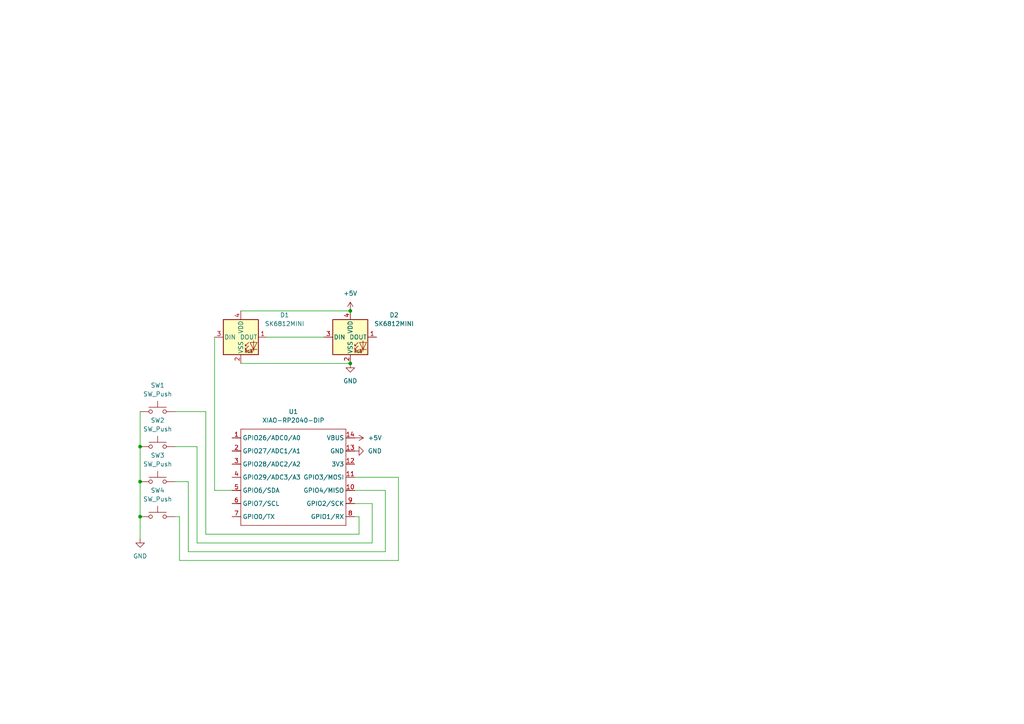
<source format=kicad_sch>
(kicad_sch (version 20250114) (generator "eeschema") (generator_version "9.0")
  (paper "A4")
  (lib_symbols
    (symbol "LED:SK6812MINI" (pin_names (offset 0.254))
      (property "Reference" "D" (at 5.08 5.715 0))
      (property "Value" "SK6812MINI" (at 1.27 -5.715 0))
      (symbol "SK6812MINI_0_0"
        (text "RGB" (at 2.286 -4.191 0) (effects (font (size 0.762 0.762))))
      )
      (symbol "SK6812MINI_0_1"
        (polyline (pts (xy 1.27 -2.54) (xy 1.778 -2.54)))
        (polyline (pts (xy 1.27 -3.556) (xy 1.778 -3.556)))
        (polyline (pts (xy 2.286 -1.524) (xy 1.27 -2.54) (xy 1.27 -2.032)))
        (polyline (pts (xy 2.286 -2.54) (xy 1.27 -3.556) (xy 1.27 -3.048)))
        (polyline (pts (xy 3.683 -1.016) (xy 3.683 -3.556) (xy 3.683 -4.064)))
        (polyline (pts (xy 4.699 -1.524) (xy 2.667 -1.524) (xy 3.683 -3.556) (xy 4.699 -1.524)))
        (polyline (pts (xy 4.699 -3.556) (xy 2.667 -3.556)))
        (rectangle (start 5.08 5.08) (end -5.08 -5.08) (stroke (width 0.254)) (fill (type background)))
      )
      (symbol "SK6812MINI_1_1"
        (pin input line (at -7.62 0 0) (length 2.54) (name "DIN") (number "3"))
        (pin power_in line (at 0 7.62 270) (length 2.54) (name "VDD") (number "4"))
        (pin power_in line (at 0 -7.62 90) (length 2.54) (name "VSS") (number "2"))
        (pin output line (at 7.62 0 180) (length 2.54) (name "DOUT") (number "1"))
      )
    )
    (symbol "OPL:XIAO-RP2040-DIP"
      (property "Reference" "U" (at 0 0 0))
      (property "Value" "XIAO-RP2040-DIP" (at 5.334 -1.778 0))
      (symbol "XIAO-RP2040-DIP_1_0"
        (polyline (pts (xy -1.27 -2.54) (xy 29.21 -2.54)) (stroke (width 0.1524)))
        (polyline (pts (xy -1.27 -5.08) (xy -2.54 -5.08)) (stroke (width 0.1524)))
        (polyline (pts (xy -1.27 -5.08) (xy -1.27 -2.54)) (stroke (width 0.1524)))
        (polyline (pts (xy -1.27 -8.89) (xy -2.54 -8.89)) (stroke (width 0.1524)))
        (polyline (pts (xy -1.27 -8.89) (xy -1.27 -5.08)) (stroke (width 0.1524)))
        (polyline (pts (xy -1.27 -12.7) (xy -2.54 -12.7)) (stroke (width 0.1524)))
        (polyline (pts (xy -1.27 -12.7) (xy -1.27 -8.89)) (stroke (width 0.1524)))
        (polyline (pts (xy -1.27 -16.51) (xy -2.54 -16.51)) (stroke (width 0.1524)))
        (polyline (pts (xy -1.27 -16.51) (xy -1.27 -12.7)) (stroke (width 0.1524)))
        (polyline (pts (xy -1.27 -20.32) (xy -2.54 -20.32)) (stroke (width 0.1524)))
        (polyline (pts (xy -1.27 -24.13) (xy -2.54 -24.13)) (stroke (width 0.1524)))
        (polyline (pts (xy -1.27 -27.94) (xy -2.54 -27.94)) (stroke (width 0.1524)))
        (polyline (pts (xy -1.27 -30.48) (xy -1.27 -16.51)) (stroke (width 0.1524)))
        (polyline (pts (xy 29.21 -2.54) (xy 29.21 -5.08)) (stroke (width 0.1524)))
        (polyline (pts (xy 29.21 -5.08) (xy 29.21 -8.89)) (stroke (width 0.1524)))
        (polyline (pts (xy 29.21 -8.89) (xy 29.21 -12.7)) (stroke (width 0.1524)))
        (polyline (pts (xy 29.21 -12.7) (xy 29.21 -30.48)) (stroke (width 0.1524)))
        (polyline (pts (xy 29.21 -30.48) (xy -1.27 -30.48)) (stroke (width 0.1524)))
        (polyline (pts (xy 30.48 -5.08) (xy 29.21 -5.08)) (stroke (width 0.1524)))
        (polyline (pts (xy 30.48 -8.89) (xy 29.21 -8.89)) (stroke (width 0.1524)))
        (polyline (pts (xy 30.48 -12.7) (xy 29.21 -12.7)) (stroke (width 0.1524)))
        (polyline (pts (xy 30.48 -16.51) (xy 29.21 -16.51)) (stroke (width 0.1524)))
        (polyline (pts (xy 30.48 -20.32) (xy 29.21 -20.32)) (stroke (width 0.1524)))
        (polyline (pts (xy 30.48 -24.13) (xy 29.21 -24.13)) (stroke (width 0.1524)))
        (polyline (pts (xy 30.48 -27.94) (xy 29.21 -27.94)) (stroke (width 0.1524)))
        (pin passive line (at -3.81 -5.08 0) (length 2.54) (name "GPIO26/ADC0/A0") (number "1"))
        (pin passive line (at -3.81 -8.89 0) (length 2.54) (name "GPIO27/ADC1/A1") (number "2"))
        (pin passive line (at -3.81 -12.7 0) (length 2.54) (name "GPIO28/ADC2/A2") (number "3"))
        (pin passive line (at -3.81 -16.51 0) (length 2.54) (name "GPIO29/ADC3/A3") (number "4"))
        (pin passive line (at -3.81 -20.32 0) (length 2.54) (name "GPIO6/SDA") (number "5"))
        (pin passive line (at -3.81 -24.13 0) (length 2.54) (name "GPIO7/SCL") (number "6"))
        (pin passive line (at -3.81 -27.94 0) (length 2.54) (name "GPIO0/TX") (number "7"))
        (pin passive line (at 31.75 -5.08 180) (length 2.54) (name "VBUS") (number "14"))
        (pin passive line (at 31.75 -8.89 180) (length 2.54) (name "GND") (number "13"))
        (pin passive line (at 31.75 -12.7 180) (length 2.54) (name "3V3") (number "12"))
        (pin passive line (at 31.75 -16.51 180) (length 2.54) (name "GPIO3/MOSI") (number "11"))
        (pin passive line (at 31.75 -20.32 180) (length 2.54) (name "GPIO4/MISO") (number "10"))
        (pin passive line (at 31.75 -24.13 180) (length 2.54) (name "GPIO2/SCK") (number "9"))
        (pin passive line (at 31.75 -27.94 180) (length 2.54) (name "GPIO1/RX") (number "8"))
      )
    )
    (symbol "Switch:SW_Push" (pin_numbers (hide yes)) (pin_names (offset 1.016) (hide yes))
      (property "Reference" "SW" (at 1.27 2.54 0))
      (property "Value" "SW_Push" (at 0 -1.524 0))
      (symbol "SW_Push_0_1"
        (circle (center -2.032 0) (radius 0.508))
        (polyline (pts (xy 0 1.27) (xy 0 3.048)))
        (circle (center 2.032 0) (radius 0.508))
        (polyline (pts (xy 2.54 1.27) (xy -2.54 1.27)))
        (pin passive line (at -5.08 0 0) (length 2.54) (name "1") (number "1"))
        (pin passive line (at 5.08 0 180) (length 2.54) (name "2") (number "2"))
      )
    )
    (symbol "power:+5V" (power) (pin_numbers (hide yes)) (pin_names (offset 0) (hide yes))
      (property "Value" "+5V" (at 0 3.556 0))
      (symbol "+5V_0_1"
        (polyline (pts (xy -0.762 1.27) (xy 0 2.54)))
        (polyline (pts (xy 0 2.54) (xy 0.762 1.27)))
        (polyline (pts (xy 0 0) (xy 0 2.54)))
      )
      (symbol "+5V_1_1"
        (pin power_in line (at 0 0 90) (length 0) (name "~") (number "1"))
      )
    )
    (symbol "power:GND" (power) (pin_numbers (hide yes)) (pin_names (offset 0) (hide yes))
      (property "Value" "GND" (at 0 -3.81 0))
      (symbol "GND_0_1"
        (polyline (pts (xy 0 0) (xy 0 -1.27) (xy 1.27 -1.27) (xy 0 -2.54) (xy -1.27 -1.27) (xy 0 -1.27)))
      )
      (symbol "GND_1_1"
        (pin power_in line (at 0 0 270) (length 0) (name "~") (number "1"))
      )
    )
  )
  (junction (at 101.6 105.41))
  (junction (at 101.6 90.17))
  (junction (at 40.64 139.7))
  (junction (at 40.64 129.54))
  (junction (at 40.64 149.86))
  (wire (pts (xy 67.31 142.24) (xy 62.23 142.24)))
  (wire (pts (xy 50.8 139.7) (xy 54.61 139.7)))
  (wire (pts (xy 102.87 138.43) (xy 115.57 138.43)))
  (wire (pts (xy 115.57 138.43) (xy 115.57 162.56)))
  (wire (pts (xy 107.95 146.05) (xy 107.95 157.48)))
  (wire (pts (xy 102.87 146.05) (xy 107.95 146.05)))
  (wire (pts (xy 40.64 149.86) (xy 40.64 156.21)))
  (wire (pts (xy 104.14 154.94) (xy 59.69 154.94)))
  (wire (pts (xy 107.95 157.48) (xy 57.15 157.48)))
  (wire (pts (xy 69.85 105.41) (xy 101.6 105.41)))
  (wire (pts (xy 50.8 129.54) (xy 57.15 129.54)))
  (wire (pts (xy 59.69 119.38) (xy 50.8 119.38)))
  (wire (pts (xy 77.47 97.79) (xy 93.98 97.79)))
  (wire (pts (xy 102.87 149.86) (xy 104.14 149.86)))
  (wire (pts (xy 40.64 119.38) (xy 40.64 129.54)))
  (wire (pts (xy 111.76 142.24) (xy 111.76 160.02)))
  (wire (pts (xy 59.69 154.94) (xy 59.69 119.38)))
  (wire (pts (xy 40.64 129.54) (xy 40.64 139.7)))
  (wire (pts (xy 52.07 162.56) (xy 52.07 149.86)))
  (wire (pts (xy 104.14 149.86) (xy 104.14 154.94)))
  (wire (pts (xy 54.61 160.02) (xy 54.61 139.7)))
  (wire (pts (xy 57.15 157.48) (xy 57.15 129.54)))
  (wire (pts (xy 62.23 97.79) (xy 62.23 142.24)))
  (wire (pts (xy 102.87 142.24) (xy 111.76 142.24)))
  (wire (pts (xy 52.07 149.86) (xy 50.8 149.86)))
  (wire (pts (xy 111.76 160.02) (xy 54.61 160.02)))
  (wire (pts (xy 40.64 139.7) (xy 40.64 149.86)))
  (wire (pts (xy 115.57 162.56) (xy 52.07 162.56)))
  (wire (pts (xy 69.85 90.17) (xy 101.6 90.17)))
  (symbol (lib_id "power:GND") (at 102.87 130.81 90) (unit 1)
    (property "Reference" "#PWR02" (effects (hide yes)))
    (property "Value" "GND" (at 106.68 130.8099 90) (effects (justify right)))
    (property "Description" "Power symbol creates a global label with name \"GND\" , ground" (effects (hide yes)))
  )
  (symbol (lib_id "Switch:SW_Push") (at 45.72 129.54 0) (unit 1)
    (property "Reference" "SW2" (at 45.72 121.92 0))
    (property "Value" "SW_Push" (at 45.72 124.46 0))
    (property "Footprint" "Button_Switch_Keyboard:SW_Cherry_MX_1.00u_PCB" (effects (hide yes)))
    (property "Description" "Push button switch, generic, two pins" (effects (hide yes)))
  )
  (symbol (lib_id "Switch:SW_Push") (at 45.72 119.38 0) (unit 1)
    (property "Reference" "SW1" (at 45.72 111.76 0))
    (property "Value" "SW_Push" (at 45.72 114.3 0))
    (property "Footprint" "Button_Switch_Keyboard:SW_Cherry_MX_1.00u_PCB" (effects (hide yes)))
    (property "Description" "Push button switch, generic, two pins" (effects (hide yes)))
  )
  (symbol (lib_id "power:+5V") (at 102.87 127 270) (unit 1)
    (property "Reference" "#PWR01" (effects (hide yes)))
    (property "Value" "+5V" (at 106.68 126.9999 90) (effects (justify left)))
    (property "Description" "Power symbol creates a global label with name \"+5V\"" (effects (hide yes)))
  )
  (symbol (lib_id "Switch:SW_Push") (at 45.72 149.86 0) (unit 1)
    (property "Reference" "SW4" (at 45.72 142.24 0))
    (property "Value" "SW_Push" (at 45.72 144.78 0))
    (property "Footprint" "Button_Switch_Keyboard:SW_Cherry_MX_1.00u_PCB" (effects (hide yes)))
    (property "Description" "Push button switch, generic, two pins" (effects (hide yes)))
  )
  (symbol (lib_id "LED:SK6812MINI") (at 101.6 97.79 0) (unit 1)
    (property "Reference" "D2" (at 114.3 91.3698 0))
    (property "Value" "SK6812MINI" (at 114.3 93.9098 0))
    (property "Footprint" "LED_SMD:LED_SK6812MINI_PLCC4_3.5x3.5mm_P1.75mm" (effects (hide yes)))
    (property "Datasheet" "https://cdn-shop.adafruit.com/product-files/2686/SK6812MINI_REV.01-1-2.pdf" (effects (hide yes)))
    (property "Description" "RGB LED with integrated controller" (effects (hide yes)))
  )
  (symbol (lib_id "Switch:SW_Push") (at 45.72 139.7 0) (unit 1)
    (property "Reference" "SW3" (at 45.72 132.08 0))
    (property "Value" "SW_Push" (at 45.72 134.62 0))
    (property "Footprint" "Button_Switch_Keyboard:SW_Cherry_MX_1.00u_PCB" (effects (hide yes)))
    (property "Description" "Push button switch, generic, two pins" (effects (hide yes)))
  )
  (symbol (lib_id "power:GND") (at 101.6 105.41 0) (unit 1)
    (property "Reference" "#PWR05" (effects (hide yes)))
    (property "Value" "GND" (at 101.6 110.49 0))
    (property "Description" "Power symbol creates a global label with name \"GND\" , ground" (effects (hide yes)))
  )
  (symbol (lib_id "power:GND") (at 40.64 156.21 0) (unit 1)
    (property "Reference" "#PWR03" (effects (hide yes)))
    (property "Value" "GND" (at 40.64 161.29 0))
    (property "Description" "Power symbol creates a global label with name \"GND\" , ground" (effects (hide yes)))
  )
  (symbol (lib_id "OPL:XIAO-RP2040-DIP") (at 71.12 121.92 0) (unit 1)
    (property "Reference" "U1" (at 85.09 119.38 0))
    (property "Value" "XIAO-RP2040-DIP" (at 85.09 121.92 0))
    (property "Footprint" "OPL:XIAO-RP2040-DIP" (effects (hide yes)))
  )
  (symbol (lib_id "power:+5V") (at 101.6 90.17 0) (unit 1)
    (property "Reference" "#PWR04" (effects (hide yes)))
    (property "Value" "+5V" (at 101.6 85.09 0))
    (property "Description" "Power symbol creates a global label with name \"+5V\"" (effects (hide yes)))
  )
  (symbol (lib_id "LED:SK6812MINI") (at 69.85 97.79 0) (unit 1)
    (property "Reference" "D1" (at 82.55 91.3698 0))
    (property "Value" "SK6812MINI" (at 82.55 93.9098 0))
    (property "Footprint" "LED_SMD:LED_SK6812MINI_PLCC4_3.5x3.5mm_P1.75mm" (effects (hide yes)))
    (property "Datasheet" "https://cdn-shop.adafruit.com/product-files/2686/SK6812MINI_REV.01-1-2.pdf" (effects (hide yes)))
    (property "Description" "RGB LED with integrated controller" (effects (hide yes)))
  )
)
</source>
